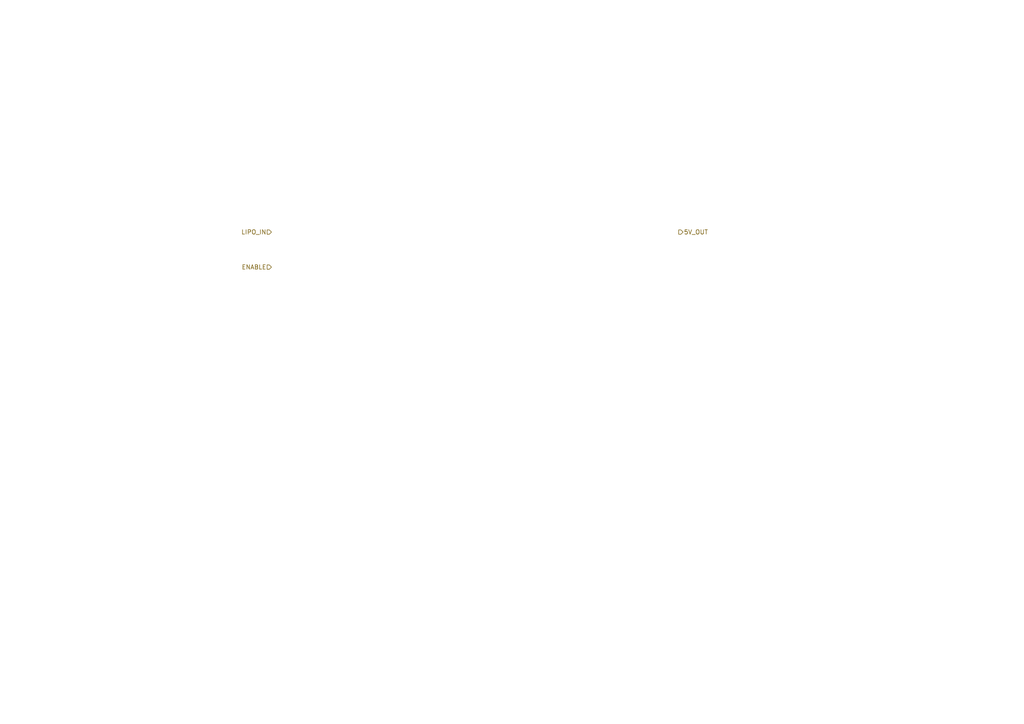
<source format=kicad_sch>
(kicad_sch
	(version 20231120)
	(generator "eeschema")
	(generator_version "8.0")
	(uuid "31e1cfff-6427-4c56-b569-acfa8dae963d")
	(paper "A4")
	(lib_symbols)
	(hierarchical_label "ENABLE"
		(shape input)
		(at 78.74 77.47 180)
		(effects
			(font
				(size 1.27 1.27)
			)
			(justify right)
		)
		(uuid "20856cc9-723c-4a8d-84b6-42713e5b38f9")
	)
	(hierarchical_label "5V_OUT"
		(shape output)
		(at 196.85 67.31 0)
		(effects
			(font
				(size 1.27 1.27)
			)
			(justify left)
		)
		(uuid "58aefda4-1834-4830-9831-f632c2a773df")
	)
	(hierarchical_label "LIPO_IN"
		(shape input)
		(at 78.74 67.31 180)
		(effects
			(font
				(size 1.27 1.27)
			)
			(justify right)
		)
		(uuid "5f90db7a-505c-4d9f-8852-7321c39c5f66")
	)
)

</source>
